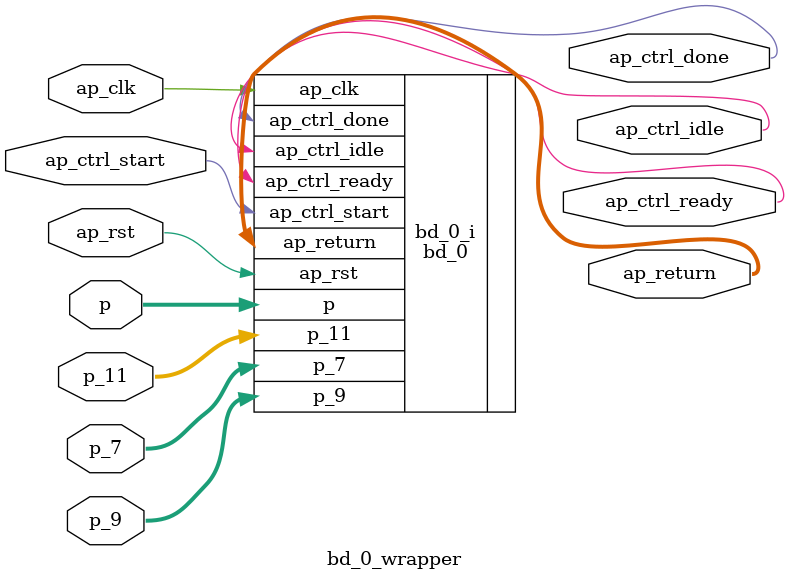
<source format=v>
`timescale 1 ps / 1 ps

module bd_0_wrapper
   (ap_clk,
    ap_ctrl_done,
    ap_ctrl_idle,
    ap_ctrl_ready,
    ap_ctrl_start,
    ap_return,
    ap_rst,
    p,
    p_11,
    p_7,
    p_9);
  input ap_clk;
  output ap_ctrl_done;
  output ap_ctrl_idle;
  output ap_ctrl_ready;
  input ap_ctrl_start;
  output [7:0]ap_return;
  input ap_rst;
  input [63:0]p;
  input [31:0]p_11;
  input [15:0]p_7;
  input [15:0]p_9;

  wire ap_clk;
  wire ap_ctrl_done;
  wire ap_ctrl_idle;
  wire ap_ctrl_ready;
  wire ap_ctrl_start;
  wire [7:0]ap_return;
  wire ap_rst;
  wire [63:0]p;
  wire [31:0]p_11;
  wire [15:0]p_7;
  wire [15:0]p_9;

  bd_0 bd_0_i
       (.ap_clk(ap_clk),
        .ap_ctrl_done(ap_ctrl_done),
        .ap_ctrl_idle(ap_ctrl_idle),
        .ap_ctrl_ready(ap_ctrl_ready),
        .ap_ctrl_start(ap_ctrl_start),
        .ap_return(ap_return),
        .ap_rst(ap_rst),
        .p(p),
        .p_11(p_11),
        .p_7(p_7),
        .p_9(p_9));
endmodule

</source>
